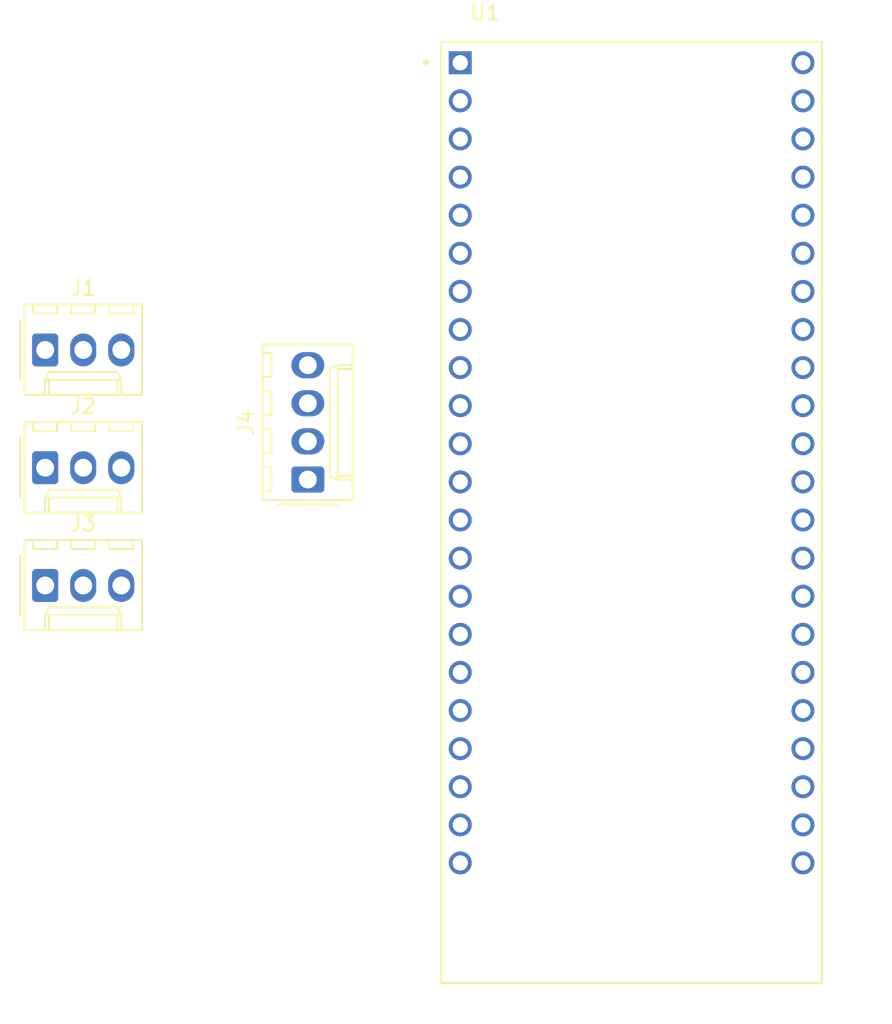
<source format=kicad_pcb>
(kicad_pcb (version 20240108) (generator "pcbnew") (generator_version "8.0")
  (layers (0 "F.Cu" signal) (31 "B.Cu" signal) (34 "B.Paste" user) (35 "F.Paste" user) (36 "B.SilkS" user "B.Silkscreen") (37 "F.SilkS" user "F.Silkscreen") (38 "B.Mask" user) (39 "F.Mask" user) (44 "Edge.Cuts" user))
  (net 0 "")
  (net 1 "GND")
  (net 2 "+3.3V")
  (net 3 "+5V")
  (net 4 "/UART1_RX")
  (net 5 "/UART1_TX")
  (net 6 "/Emission Led")
  (net 7 "/SCL")
  (net 8 "/SDA")
  (net 14 "/UART2_TX")
  (net 28 "/UART2_RX")
  (footprint "Connector_Molex:Molex_KK-254_AE-6410-03A_1x03_P2.54mm_Vertical" (layer "F.Cu") (at 68.27 64.125)
    (property "Reference" "J2" (at 2.54 -4.12 0) (layer "F.SilkS"))
    (property "Value" "TEC Controller")
    (fp_line (start -1.67 -2) (end -1.67 2) (stroke (width 0.12)) (layer "F.SilkS"))
    (fp_line (start -1.38 -3.03) (end -1.38 2.99) (stroke (width 0.12)) (layer "F.SilkS"))
    (fp_line (start -1.38 2.99) (end 6.46 2.99) (stroke (width 0.12)) (layer "F.SilkS"))
    (fp_line (start -0.8 -3.03) (end -0.8 -2.43) (stroke (width 0.12)) (layer "F.SilkS"))
    (fp_line (start -0.8 -2.43) (end 0.8 -2.43) (stroke (width 0.12)) (layer "F.SilkS"))
    (fp_line (start 0 1.99) (end 0.25 1.46) (stroke (width 0.12)) (layer "F.SilkS"))
    (fp_line (start 0 1.99) (end 5.08 1.99) (stroke (width 0.12)) (layer "F.SilkS"))
    (fp_line (start 0 2.99) (end 0 1.99) (stroke (width 0.12)) (layer "F.SilkS"))
    (fp_line (start 0.25 1.46) (end 4.83 1.46) (stroke (width 0.12)) (layer "F.SilkS"))
    (fp_line (start 0.25 2.99) (end 0.25 1.99) (stroke (width 0.12)) (layer "F.SilkS"))
    (fp_line (start 0.8 -2.43) (end 0.8 -3.03) (stroke (width 0.12)) (layer "F.SilkS"))
    (fp_line (start 1.74 -3.03) (end 1.74 -2.43) (stroke (width 0.12)) (layer "F.SilkS"))
    (fp_line (start 1.74 -2.43) (end 3.34 -2.43) (stroke (width 0.12)) (layer "F.SilkS"))
    (fp_line (start 3.34 -2.43) (end 3.34 -3.03) (stroke (width 0.12)) (layer "F.SilkS"))
    (fp_line (start 4.28 -3.03) (end 4.28 -2.43) (stroke (width 0.12)) (layer "F.SilkS"))
    (fp_line (start 4.28 -2.43) (end 5.88 -2.43) (stroke (width 0.12)) (layer "F.SilkS"))
    (fp_line (start 4.83 1.46) (end 5.08 1.99) (stroke (width 0.12)) (layer "F.SilkS"))
    (fp_line (start 4.83 2.99) (end 4.83 1.99) (stroke (width 0.12)) (layer "F.SilkS"))
    (fp_line (start 5.08 1.99) (end 5.08 2.99) (stroke (width 0.12)) (layer "F.SilkS"))
    (fp_line (start 5.88 -2.43) (end 5.88 -3.03) (stroke (width 0.12)) (layer "F.SilkS"))
    (fp_line (start 6.46 -3.03) (end -1.38 -3.03) (stroke (width 0.12)) (layer "F.SilkS"))
    (fp_line (start 6.46 2.99) (end 6.46 -3.03) (stroke (width 0.12)) (layer "F.SilkS"))
    (pad "1" thru_hole roundrect (at 0 0) (size 1.74 2.19) (drill 1.19) (layers "*.Cu" "*.Mask") (roundrect_rratio 0.143678) (net 1 "GND"))
    (pad "2" thru_hole oval (at 2.54 0) (size 1.74 2.19) (drill 1.19) (layers "*.Cu" "*.Mask") (net 5 "/UART1_TX"))
    (pad "3" thru_hole oval (at 5.08 0) (size 1.74 2.19) (drill 1.19) (layers "*.Cu" "*.Mask") (net 4 "/UART1_RX"))
  )
  (footprint "ESP32-S3-DEVKITC-1U-N8R2:XCVR_ESP32-S3-DEVKITC-1U-N8R2" (layer "F.Cu") (at 107.395 67.1)
    (property "Reference" "U1" (at -9.775 -33.305 0) (layer "F.SilkS"))
    (property "Value" "ESP32-S3-DEVKITC-1U-N8R2")
    (fp_line (start -12.7 -31.37) (end 12.7 -31.37) (stroke (width 0.127)) (layer "F.SilkS"))
    (fp_line (start -12.7 31.37) (end -12.7 -31.37) (stroke (width 0.127)) (layer "F.SilkS"))
    (fp_line (start 12.7 -31.37) (end 12.7 31.37) (stroke (width 0.127)) (layer "F.SilkS"))
    (fp_line (start 12.7 31.37) (end -12.7 31.37) (stroke (width 0.127)) (layer "F.SilkS"))
    (fp_circle (center -13.716 -29.972) (end -13.616 -29.972) (stroke (width 0.2)) (fill none) (layer "F.SilkS"))
    (pad "J1_1" thru_hole rect (at -11.43 -29.97) (size 1.53 1.53) (drill 1.02) (layers "*.Cu" "*.Mask") (net 2 "+3.3V"))
    (pad "J1_2" thru_hole circle (at -11.43 -27.43) (size 1.53 1.53) (drill 1.02) (layers "*.Cu" "*.Mask") (net 2 "+3.3V"))
    (pad "J1_3" thru_hole circle (at -11.43 -24.89) (size 1.53 1.53) (drill 1.02) (layers "*.Cu" "*.Mask"))
    (pad "J1_4" thru_hole circle (at -11.43 -22.35) (size 1.53 1.53) (drill 1.02) (layers "*.Cu" "*.Mask") (net 6 "/Emission Led"))
    (pad "J1_5" thru_hole circle (at -11.43 -19.81) (size 1.53 1.53) (drill 1.02) (layers "*.Cu" "*.Mask"))
    (pad "J1_6" thru_hole circle (at -11.43 -17.27) (size 1.53 1.53) (drill 1.02) (layers "*.Cu" "*.Mask"))
    (pad "J1_7" thru_hole circle (at -11.43 -14.73) (size 1.53 1.53) (drill 1.02) (layers "*.Cu" "*.Mask"))
    (pad "J1_8" thru_hole circle (at -11.43 -12.19) (size 1.53 1.53) (drill 1.02) (layers "*.Cu" "*.Mask") (net 8 "/SDA"))
    (pad "J1_9" thru_hole circle (at -11.43 -9.65) (size 1.53 1.53) (drill 1.02) (layers "*.Cu" "*.Mask") (net 7 "/SCL"))
    (pad "J1_10" thru_hole circle (at -11.43 -7.11) (size 1.53 1.53) (drill 1.02) (layers "*.Cu" "*.Mask"))
    (pad "J1_11" thru_hole circle (at -11.43 -4.57) (size 1.53 1.53) (drill 1.02) (layers "*.Cu" "*.Mask"))
    (pad "J1_12" thru_hole circle (at -11.43 -2.03) (size 1.53 1.53) (drill 1.02) (layers "*.Cu" "*.Mask"))
    (pad "J1_13" thru_hole circle (at -11.43 0.51) (size 1.53 1.53) (drill 1.02) (layers "*.Cu" "*.Mask"))
    (pad "J1_14" thru_hole circle (at -11.43 3.05) (size 1.53 1.53) (drill 1.02) (layers "*.Cu" "*.Mask"))
    (pad "J1_15" thru_hole circle (at -11.43 5.59) (size 1.53 1.53) (drill 1.02) (layers "*.Cu" "*.Mask"))
    (pad "J1_16" thru_hole circle (at -11.43 8.13) (size 1.53 1.53) (drill 1.02) (layers "*.Cu" "*.Mask") (net 4 "/UART1_RX"))
    (pad "J1_17" thru_hole circle (at -11.43 10.67) (size 1.53 1.53) (drill 1.02) (layers "*.Cu" "*.Mask") (net 5 "/UART1_TX"))
    (pad "J1_18" thru_hole circle (at -11.43 13.21) (size 1.53 1.53) (drill 1.02) (layers "*.Cu" "*.Mask"))
    (pad "J1_19" thru_hole circle (at -11.43 15.75) (size 1.53 1.53) (drill 1.02) (layers "*.Cu" "*.Mask"))
    (pad "J1_20" thru_hole circle (at -11.43 18.29) (size 1.53 1.53) (drill 1.02) (layers "*.Cu" "*.Mask"))
    (pad "J1_21" thru_hole circle (at -11.43 20.83) (size 1.53 1.53) (drill 1.02) (layers "*.Cu" "*.Mask") (net 3 "+5V"))
    (pad "J1_22" thru_hole circle (at -11.43 23.37) (size 1.53 1.53) (drill 1.02) (layers "*.Cu" "*.Mask") (net 1 "GND"))
    (pad "J3_1" thru_hole circle (at 11.43 -29.97) (size 1.53 1.53) (drill 1.02) (layers "*.Cu" "*.Mask") (net 1 "GND"))
    (pad "J3_2" thru_hole circle (at 11.43 -27.43) (size 1.53 1.53) (drill 1.02) (layers "*.Cu" "*.Mask"))
    (pad "J3_3" thru_hole circle (at 11.43 -24.89) (size 1.53 1.53) (drill 1.02) (layers "*.Cu" "*.Mask"))
    (pad "J3_4" thru_hole circle (at 11.43 -22.35) (size 1.53 1.53) (drill 1.02) (layers "*.Cu" "*.Mask") (net 28 "/UART2_RX"))
    (pad "J3_5" thru_hole circle (at 11.43 -19.81) (size 1.53 1.53) (drill 1.02) (layers "*.Cu" "*.Mask") (net 14 "/UART2_TX"))
    (pad "J3_6" thru_hole circle (at 11.43 -17.27) (size 1.53 1.53) (drill 1.02) (layers "*.Cu" "*.Mask"))
    (pad "J3_7" thru_hole circle (at 11.43 -14.73) (size 1.53 1.53) (drill 1.02) (layers "*.Cu" "*.Mask"))
    (pad "J3_8" thru_hole circle (at 11.43 -12.19) (size 1.53 1.53) (drill 1.02) (layers "*.Cu" "*.Mask"))
    (pad "J3_9" thru_hole circle (at 11.43 -9.65) (size 1.53 1.53) (drill 1.02) (layers "*.Cu" "*.Mask"))
    (pad "J3_10" thru_hole circle (at 11.43 -7.11) (size 1.53 1.53) (drill 1.02) (layers "*.Cu" "*.Mask"))
    (pad "J3_11" thru_hole circle (at 11.43 -4.57) (size 1.53 1.53) (drill 1.02) (layers "*.Cu" "*.Mask"))
    (pad "J3_12" thru_hole circle (at 11.43 -2.03) (size 1.53 1.53) (drill 1.02) (layers "*.Cu" "*.Mask"))
    (pad "J3_13" thru_hole circle (at 11.43 0.51) (size 1.53 1.53) (drill 1.02) (layers "*.Cu" "*.Mask"))
    (pad "J3_14" thru_hole circle (at 11.43 3.05) (size 1.53 1.53) (drill 1.02) (layers "*.Cu" "*.Mask"))
    (pad "J3_15" thru_hole circle (at 11.43 5.59) (size 1.53 1.53) (drill 1.02) (layers "*.Cu" "*.Mask"))
    (pad "J3_16" thru_hole circle (at 11.43 8.13) (size 1.53 1.53) (drill 1.02) (layers "*.Cu" "*.Mask"))
    (pad "J3_17" thru_hole circle (at 11.43 10.67) (size 1.53 1.53) (drill 1.02) (layers "*.Cu" "*.Mask"))
    (pad "J3_18" thru_hole circle (at 11.43 13.21) (size 1.53 1.53) (drill 1.02) (layers "*.Cu" "*.Mask"))
    (pad "J3_19" thru_hole circle (at 11.43 15.75) (size 1.53 1.53) (drill 1.02) (layers "*.Cu" "*.Mask"))
    (pad "J3_20" thru_hole circle (at 11.43 18.29) (size 1.53 1.53) (drill 1.02) (layers "*.Cu" "*.Mask"))
    (pad "J3_21" thru_hole circle (at 11.43 20.83) (size 1.53 1.53) (drill 1.02) (layers "*.Cu" "*.Mask") (net 1 "GND"))
    (pad "J3_22" thru_hole circle (at 11.43 23.37) (size 1.53 1.53) (drill 1.02) (layers "*.Cu" "*.Mask") (net 1 "GND"))
  )
  (footprint "Connector_Molex:Molex_KK-254_AE-6410-03A_1x03_P2.54mm_Vertical" (layer "F.Cu") (at 68.27 56.275)
    (property "Reference" "J1" (at 2.54 -4.12 0) (layer "F.SilkS"))
    (property "Value" "Logic Parts")
    (fp_line (start -1.67 -2) (end -1.67 2) (stroke (width 0.12)) (layer "F.SilkS"))
    (fp_line (start -1.38 -3.03) (end -1.38 2.99) (stroke (width 0.12)) (layer "F.SilkS"))
    (fp_line (start -1.38 2.99) (end 6.46 2.99) (stroke (width 0.12)) (layer "F.SilkS"))
    (fp_line (start -0.8 -3.03) (end -0.8 -2.43) (stroke (width 0.12)) (layer "F.SilkS"))
    (fp_line (start -0.8 -2.43) (end 0.8 -2.43) (stroke (width 0.12)) (layer "F.SilkS"))
    (fp_line (start 0 1.99) (end 0.25 1.46) (stroke (width 0.12)) (layer "F.SilkS"))
    (fp_line (start 0 1.99) (end 5.08 1.99) (stroke (width 0.12)) (layer "F.SilkS"))
    (fp_line (start 0 2.99) (end 0 1.99) (stroke (width 0.12)) (layer "F.SilkS"))
    (fp_line (start 0.25 1.46) (end 4.83 1.46) (stroke (width 0.12)) (layer "F.SilkS"))
    (fp_line (start 0.25 2.99) (end 0.25 1.99) (stroke (width 0.12)) (layer "F.SilkS"))
    (fp_line (start 0.8 -2.43) (end 0.8 -3.03) (stroke (width 0.12)) (layer "F.SilkS"))
    (fp_line (start 1.74 -3.03) (end 1.74 -2.43) (stroke (width 0.12)) (layer "F.SilkS"))
    (fp_line (start 1.74 -2.43) (end 3.34 -2.43) (stroke (width 0.12)) (layer "F.SilkS"))
    (fp_line (start 3.34 -2.43) (end 3.34 -3.03) (stroke (width 0.12)) (layer "F.SilkS"))
    (fp_line (start 4.28 -3.03) (end 4.28 -2.43) (stroke (width 0.12)) (layer "F.SilkS"))
    (fp_line (start 4.28 -2.43) (end 5.88 -2.43) (stroke (width 0.12)) (layer "F.SilkS"))
    (fp_line (start 4.83 1.46) (end 5.08 1.99) (stroke (width 0.12)) (layer "F.SilkS"))
    (fp_line (start 4.83 2.99) (end 4.83 1.99) (stroke (width 0.12)) (layer "F.SilkS"))
    (fp_line (start 5.08 1.99) (end 5.08 2.99) (stroke (width 0.12)) (layer "F.SilkS"))
    (fp_line (start 5.88 -2.43) (end 5.88 -3.03) (stroke (width 0.12)) (layer "F.SilkS"))
    (fp_line (start 6.46 -3.03) (end -1.38 -3.03) (stroke (width 0.12)) (layer "F.SilkS"))
    (fp_line (start 6.46 2.99) (end 6.46 -3.03) (stroke (width 0.12)) (layer "F.SilkS"))
    (pad "1" thru_hole roundrect (at 0 0) (size 1.74 2.19) (drill 1.19) (layers "*.Cu" "*.Mask") (roundrect_rratio 0.143678) (net 2 "+3.3V"))
    (pad "2" thru_hole oval (at 2.54 0) (size 1.74 2.19) (drill 1.19) (layers "*.Cu" "*.Mask") (net 1 "GND"))
    (pad "3" thru_hole oval (at 5.08 0) (size 1.74 2.19) (drill 1.19) (layers "*.Cu" "*.Mask") (net 3 "+5V"))
  )
  (footprint "Connector_Molex:Molex_KK-254_AE-6410-04A_1x04_P2.54mm_Vertical" (layer "F.Cu") (at 85.795 64.91 90)
    (property "Reference" "J4" (at 3.81 -4.12 90) (layer "F.SilkS"))
    (property "Value" "VEML7700")
    (fp_line (start 9 -3.03) (end -1.38 -3.03) (stroke (width 0.12)) (layer "F.SilkS"))
    (fp_line (start 6.82 -3.03) (end 6.82 -2.43) (stroke (width 0.12)) (layer "F.SilkS"))
    (fp_line (start 4.28 -3.03) (end 4.28 -2.43) (stroke (width 0.12)) (layer "F.SilkS"))
    (fp_line (start 1.74 -3.03) (end 1.74 -2.43) (stroke (width 0.12)) (layer "F.SilkS"))
    (fp_line (start -0.8 -3.03) (end -0.8 -2.43) (stroke (width 0.12)) (layer "F.SilkS"))
    (fp_line (start -1.38 -3.03) (end -1.38 2.99) (stroke (width 0.12)) (layer "F.SilkS"))
    (fp_line (start 8.42 -2.43) (end 8.42 -3.03) (stroke (width 0.12)) (layer "F.SilkS"))
    (fp_line (start 6.82 -2.43) (end 8.42 -2.43) (stroke (width 0.12)) (layer "F.SilkS"))
    (fp_line (start 5.88 -2.43) (end 5.88 -3.03) (stroke (width 0.12)) (layer "F.SilkS"))
    (fp_line (start 4.28 -2.43) (end 5.88 -2.43) (stroke (width 0.12)) (layer "F.SilkS"))
    (fp_line (start 3.34 -2.43) (end 3.34 -3.03) (stroke (width 0.12)) (layer "F.SilkS"))
    (fp_line (start 1.74 -2.43) (end 3.34 -2.43) (stroke (width 0.12)) (layer "F.SilkS"))
    (fp_line (start 0.8 -2.43) (end 0.8 -3.03) (stroke (width 0.12)) (layer "F.SilkS"))
    (fp_line (start -0.8 -2.43) (end 0.8 -2.43) (stroke (width 0.12)) (layer "F.SilkS"))
    (fp_line (start -1.67 -2) (end -1.67 2) (stroke (width 0.12)) (layer "F.SilkS"))
    (fp_line (start 7.37 1.46) (end 7.62 1.99) (stroke (width 0.12)) (layer "F.SilkS"))
    (fp_line (start 0.25 1.46) (end 7.37 1.46) (stroke (width 0.12)) (layer "F.SilkS"))
    (fp_line (start 7.62 1.99) (end 7.62 2.99) (stroke (width 0.12)) (layer "F.SilkS"))
    (fp_line (start 0 1.99) (end 0.25 1.46) (stroke (width 0.12)) (layer "F.SilkS"))
    (fp_line (start 0 1.99) (end 7.62 1.99) (stroke (width 0.12)) (layer "F.SilkS"))
    (fp_line (start 9 2.99) (end 9 -3.03) (stroke (width 0.12)) (layer "F.SilkS"))
    (fp_line (start 7.37 2.99) (end 7.37 1.99) (stroke (width 0.12)) (layer "F.SilkS"))
    (fp_line (start 0.25 2.99) (end 0.25 1.99) (stroke (width 0.12)) (layer "F.SilkS"))
    (fp_line (start 0 2.99) (end 0 1.99) (stroke (width 0.12)) (layer "F.SilkS"))
    (fp_line (start -1.38 2.99) (end 9 2.99) (stroke (width 0.12)) (layer "F.SilkS"))
    (pad "1" thru_hole roundrect (at 0 0 90) (size 1.74 2.19) (drill 1.19) (layers "*.Cu" "*.Mask") (roundrect_rratio 0.143678) (net 3 "+5V"))
    (pad "2" thru_hole oval (at 2.54 0 90) (size 1.74 2.19) (drill 1.19) (layers "*.Cu" "*.Mask") (net 1 "GND"))
    (pad "3" thru_hole oval (at 5.08 0 90) (size 1.74 2.19) (drill 1.19) (layers "*.Cu" "*.Mask") (net 7 "/SCL"))
    (pad "4" thru_hole oval (at 7.62 0 90) (size 1.74 2.19) (drill 1.19) (layers "*.Cu" "*.Mask") (net 8 "/SDA"))
  )
  (footprint "Connector_Molex:Molex_KK-254_AE-6410-03A_1x03_P2.54mm_Vertical" (layer "F.Cu") (at 68.27 71.975)
    (property "Reference" "J3" (at 2.54 -4.12 0) (layer "F.SilkS"))
    (property "Value" "Excitation Led")
    (fp_line (start -1.67 -2) (end -1.67 2) (stroke (width 0.12)) (layer "F.SilkS"))
    (fp_line (start -1.38 -3.03) (end -1.38 2.99) (stroke (width 0.12)) (layer "F.SilkS"))
    (fp_line (start -1.38 2.99) (end 6.46 2.99) (stroke (width 0.12)) (layer "F.SilkS"))
    (fp_line (start -0.8 -3.03) (end -0.8 -2.43) (stroke (width 0.12)) (layer "F.SilkS"))
    (fp_line (start -0.8 -2.43) (end 0.8 -2.43) (stroke (width 0.12)) (layer "F.SilkS"))
    (fp_line (start 0 1.99) (end 0.25 1.46) (stroke (width 0.12)) (layer "F.SilkS"))
    (fp_line (start 0 1.99) (end 5.08 1.99) (stroke (width 0.12)) (layer "F.SilkS"))
    (fp_line (start 0 2.99) (end 0 1.99) (stroke (width 0.12)) (layer "F.SilkS"))
    (fp_line (start 0.25 1.46) (end 4.83 1.46) (stroke (width 0.12)) (layer "F.SilkS"))
    (fp_line (start 0.25 2.99) (end 0.25 1.99) (stroke (width 0.12)) (layer "F.SilkS"))
    (fp_line (start 0.8 -2.43) (end 0.8 -3.03) (stroke (width 0.12)) (layer "F.SilkS"))
    (fp_line (start 1.74 -3.03) (end 1.74 -2.43) (stroke (width 0.12)) (layer "F.SilkS"))
    (fp_line (start 1.74 -2.43) (end 3.34 -2.43) (stroke (width 0.12)) (layer "F.SilkS"))
    (fp_line (start 3.34 -2.43) (end 3.34 -3.03) (stroke (width 0.12)) (layer "F.SilkS"))
    (fp_line (start 4.28 -3.03) (end 4.28 -2.43) (stroke (width 0.12)) (layer "F.SilkS"))
    (fp_line (start 4.28 -2.43) (end 5.88 -2.43) (stroke (width 0.12)) (layer "F.SilkS"))
    (fp_line (start 4.83 1.46) (end 5.08 1.99) (stroke (width 0.12)) (layer "F.SilkS"))
    (fp_line (start 4.83 2.99) (end 4.83 1.99) (stroke (width 0.12)) (layer "F.SilkS"))
    (fp_line (start 5.08 1.99) (end 5.08 2.99) (stroke (width 0.12)) (layer "F.SilkS"))
    (fp_line (start 5.88 -2.43) (end 5.88 -3.03) (stroke (width 0.12)) (layer "F.SilkS"))
    (fp_line (start 6.46 -3.03) (end -1.38 -3.03) (stroke (width 0.12)) (layer "F.SilkS"))
    (fp_line (start 6.46 2.99) (end 6.46 -3.03) (stroke (width 0.12)) (layer "F.SilkS"))
    (pad "1" thru_hole roundrect (at 0 0) (size 1.74 2.19) (drill 1.19) (layers "*.Cu" "*.Mask") (roundrect_rratio 0.143678) (net 1 "GND"))
    (pad "2" thru_hole oval (at 2.54 0) (size 1.74 2.19) (drill 1.19) (layers "*.Cu" "*.Mask") (net 3 "+5V"))
    (pad "3" thru_hole oval (at 5.08 0) (size 1.74 2.19) (drill 1.19) (layers "*.Cu" "*.Mask") (net 6 "/Emission Led"))
  )
)
</source>
